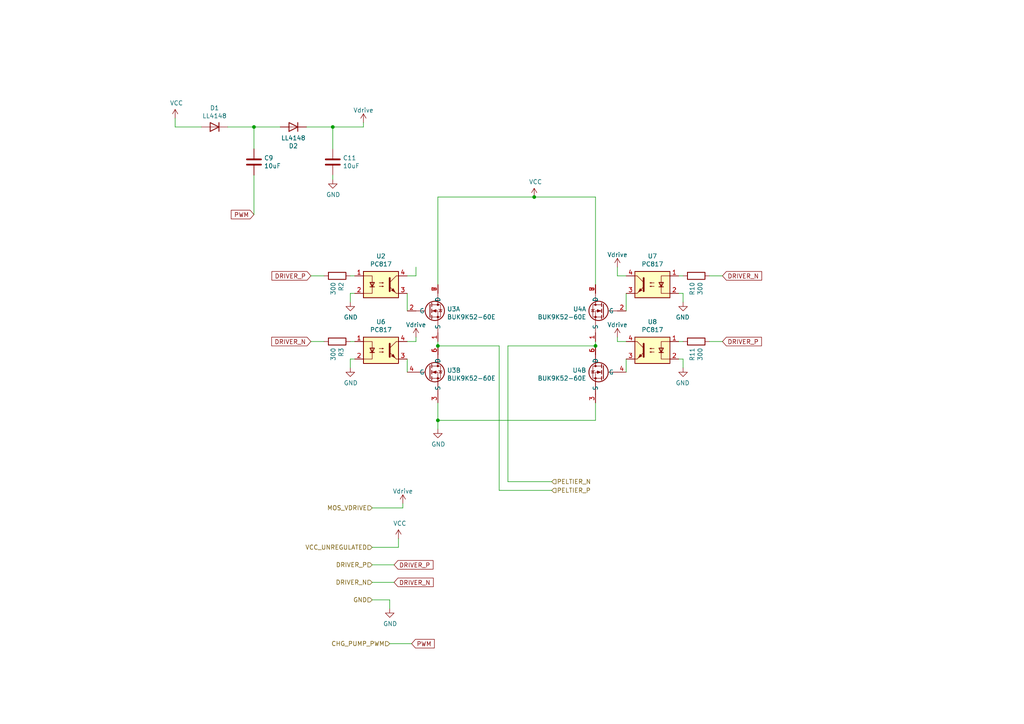
<source format=kicad_sch>
(kicad_sch (version 20211123) (generator eeschema)
  (paper "A4")
  (title_block (title "Peltier Driver") (date "2022-03-18") (comment 1 "Engineer/Draftsman: Joesphan Lu"))
  (lib_symbols
    (symbol "Device:C" (pin_numbers hide) (pin_names (offset 0.254))
      (property "Reference" "C" (at 0.635 2.54 0))
      (property "Value" "C" (at 0.635 -2.54 0))
      (symbol "C_0_1"
        (polyline (pts (xy -2.032 -0.762) (xy 2.032 -0.762)) (stroke (width 0.508)))
        (polyline (pts (xy -2.032 0.762) (xy 2.032 0.762)) (stroke (width 0.508)))
      )
      (symbol "C_1_1"
        (pin passive line (at 0 3.81 270) (length 2.794) (name "~") (number "1"))
        (pin passive line (at 0 -3.81 90) (length 2.794) (name "~") (number "2"))
      )
    )
    (symbol "Device:R" (pin_numbers hide) (pin_names (offset 0))
      (property "Reference" "R" (at 2.032 0 90))
      (property "Value" "R" (at 0 0 90))
      (symbol "R_0_1"
        (rectangle (start -1.016 -2.54) (end 1.016 2.54) (stroke (width 0.254)))
      )
      (symbol "R_1_1"
        (pin passive line (at 0 3.81 270) (length 1.27) (name "~") (number "1"))
        (pin passive line (at 0 -3.81 90) (length 1.27) (name "~") (number "2"))
      )
    )
    (symbol "Diode:LL4148" (pin_numbers hide) (pin_names (offset 1.016) hide)
      (property "Reference" "D" (at 0 2.54 0))
      (property "Value" "LL4148" (at 0 -2.54 0))
      (symbol "LL4148_0_1"
        (polyline (pts (xy -1.27 1.27) (xy -1.27 -1.27)) (stroke (width 0.254)))
        (polyline (pts (xy 1.27 0) (xy -1.27 0)))
        (polyline (pts (xy 1.27 1.27) (xy 1.27 -1.27) (xy -1.27 0) (xy 1.27 1.27)) (stroke (width 0.254)))
      )
      (symbol "LL4148_1_1"
        (pin passive line (at -3.81 0 0) (length 2.54) (name "K") (number "1"))
        (pin passive line (at 3.81 0 180) (length 2.54) (name "A") (number "2"))
      )
    )
    (symbol "Isolator:PC817" (pin_names (offset 1.016))
      (property "Reference" "U" (at -5.08 5.08 0))
      (property "Value" "PC817" (at 0 5.08 0))
      (symbol "PC817_0_1"
        (rectangle (start -5.08 3.81) (end 5.08 -3.81) (stroke (width 0.254)) (fill (type background)))
        (polyline (pts (xy -3.175 -0.635) (xy -1.905 -0.635)) (stroke (width 0.254)))
        (polyline (pts (xy 2.54 0.635) (xy 4.445 2.54)))
        (polyline (pts (xy 4.445 -2.54) (xy 2.54 -0.635)) (fill (type outline)))
        (polyline (pts (xy 4.445 -2.54) (xy 5.08 -2.54)))
        (polyline (pts (xy 4.445 2.54) (xy 5.08 2.54)))
        (polyline (pts (xy -5.08 2.54) (xy -2.54 2.54) (xy -2.54 -0.635)))
        (polyline (pts (xy -2.54 -0.635) (xy -2.54 -2.54) (xy -5.08 -2.54)))
        (polyline (pts (xy 2.54 1.905) (xy 2.54 -1.905) (xy 2.54 -1.905)) (stroke (width 0.508)))
        (polyline (pts (xy -2.54 -0.635) (xy -3.175 0.635) (xy -1.905 0.635) (xy -2.54 -0.635)) (stroke (width 0.254)))
        (polyline (pts (xy -0.508 -0.508) (xy 0.762 -0.508) (xy 0.381 -0.635) (xy 0.381 -0.381) (xy 0.762 -0.508)))
        (polyline (pts (xy -0.508 0.508) (xy 0.762 0.508) (xy 0.381 0.381) (xy 0.381 0.635) (xy 0.762 0.508)))
        (polyline (pts (xy 3.048 -1.651) (xy 3.556 -1.143) (xy 4.064 -2.159) (xy 3.048 -1.651) (xy 3.048 -1.651)) (fill (type outline)))
      )
      (symbol "PC817_1_1"
        (pin passive line (at -7.62 2.54 0) (length 2.54) (name "~") (number "1"))
        (pin passive line (at -7.62 -2.54 0) (length 2.54) (name "~") (number "2"))
        (pin passive line (at 7.62 -2.54 180) (length 2.54) (name "~") (number "3"))
        (pin passive line (at 7.62 2.54 180) (length 2.54) (name "~") (number "4"))
      )
    )
    (symbol "power:GND" (power) (pin_names (offset 0))
      (property "Value" "GND" (at 0 -3.81 0))
      (symbol "GND_0_1"
        (polyline (pts (xy 0 0) (xy 0 -1.27) (xy 1.27 -1.27) (xy 0 -2.54) (xy -1.27 -1.27) (xy 0 -1.27)))
      )
      (symbol "GND_1_1"
        (pin power_in line (at 0 0 270) (length 0) hide (name "GND") (number "1"))
      )
    )
    (symbol "power:VCC" (power) (pin_names (offset 0))
      (property "Value" "VCC" (at 0 3.81 0))
      (symbol "VCC_0_1"
        (polyline (pts (xy -0.762 1.27) (xy 0 2.54)))
        (polyline (pts (xy 0 0) (xy 0 2.54)))
        (polyline (pts (xy 0 2.54) (xy 0.762 1.27)))
      )
      (symbol "VCC_1_1"
        (pin power_in line (at 0 0 90) (length 0) hide (name "VCC") (number "1"))
      )
    )
    (symbol "power:Vdrive" (power) (pin_names (offset 0))
      (property "Value" "Vdrive" (at 0 3.81 0))
      (symbol "Vdrive_0_1"
        (polyline (pts (xy -0.762 1.27) (xy 0 2.54)))
        (polyline (pts (xy 0 0) (xy 0 2.54)))
        (polyline (pts (xy 0 2.54) (xy 0.762 1.27)))
      )
      (symbol "Vdrive_1_1"
        (pin power_in line (at 0 0 90) (length 0) hide (name "Vdrive") (number "1"))
      )
    )
    (symbol "schematic-rescue:BUK9K52-60E-1KicadLib" (pin_names (offset 1.016))
      (property "Reference" "U" (at 3.81 0 0))
      (property "Value" "BUK9K52-60E-1KicadLib" (at -12.7 6.35 0))
      (symbol "BUK9K52-60E-1KicadLib_0_1"
        (polyline (pts (xy -3.81 0) (xy -6.35 0)))
        (polyline (pts (xy 0 -6.35) (xy 0 -2.54)))
        (polyline (pts (xy 0 5.08) (xy 0 2.54)))
      )
      (symbol "BUK9K52-60E-1KicadLib_1_1"
        (circle (center -0.889 0) (radius 2.794) (stroke (width 0.254)))
        (circle (center 0 -1.778) (radius 0.254) (fill (type outline)))
        (polyline (pts (xy -2.286 1.905) (xy -2.286 -1.905)) (stroke (width 0.254)))
        (polyline (pts (xy -1.778 -1.27) (xy -1.778 -2.286)) (stroke (width 0.254)))
        (polyline (pts (xy -1.778 0.508) (xy -1.778 -0.508)) (stroke (width 0.254)))
        (polyline (pts (xy -1.778 2.286) (xy -1.778 1.27)) (stroke (width 0.254)))
        (polyline (pts (xy 0 2.54) (xy 0 1.778)))
        (polyline (pts (xy 0 -2.54) (xy 0 0) (xy -1.778 0)))
        (polyline (pts (xy -1.778 -1.778) (xy 0.762 -1.778) (xy 0.762 1.778) (xy -1.778 1.778)))
        (polyline (pts (xy -1.524 0) (xy -0.508 0.381) (xy -0.508 -0.381) (xy -1.524 0)) (fill (type outline)))
        (polyline (pts (xy 0.254 0.508) (xy 0.381 0.381) (xy 1.143 0.381) (xy 1.27 0.254)))
        (polyline (pts (xy 0.762 0.381) (xy 0.381 -0.254) (xy 1.143 -0.254) (xy 0.762 0.381)))
        (circle (center 0 1.778) (radius 0.254) (fill (type outline)))
        (pin passive line (at 0 -8.89 90) (length 2.54) (name "S") (number "1"))
        (pin input line (at -8.89 0 0) (length 2.54) (name "G") (number "2"))
        (pin passive line (at 0 7.62 270) (length 2.54) (name "D") (number "7"))
        (pin passive line (at 0 7.62 270) (length 2.54) (name "D") (number "8"))
      )
      (symbol "BUK9K52-60E-1KicadLib_2_1"
        (circle (center -0.889 0) (radius 2.794) (stroke (width 0.254)))
        (circle (center 0 -1.778) (radius 0.254) (fill (type outline)))
        (polyline (pts (xy -3.81 0) (xy -6.35 0)))
        (polyline (pts (xy -2.286 1.905) (xy -2.286 -1.905)) (stroke (width 0.254)))
        (polyline (pts (xy -1.778 -1.27) (xy -1.778 -2.286)) (stroke (width 0.254)))
        (polyline (pts (xy -1.778 0.508) (xy -1.778 -0.508)) (stroke (width 0.254)))
        (polyline (pts (xy -1.778 2.286) (xy -1.778 1.27)) (stroke (width 0.254)))
        (polyline (pts (xy 0 -6.35) (xy 0 -2.54)))
        (polyline (pts (xy 0 2.54) (xy 0 1.778)))
        (polyline (pts (xy 0 5.08) (xy 0 2.54)))
        (polyline (pts (xy 0 -2.54) (xy 0 0) (xy -1.778 0)))
        (polyline (pts (xy -1.778 -1.778) (xy 0.762 -1.778) (xy 0.762 1.778) (xy -1.778 1.778)))
        (polyline (pts (xy -1.524 0) (xy -0.508 0.381) (xy -0.508 -0.381) (xy -1.524 0)) (fill (type outline)))
        (polyline (pts (xy 0.254 0.508) (xy 0.381 0.381) (xy 1.143 0.381) (xy 1.27 0.254)))
        (polyline (pts (xy 0.762 0.381) (xy 0.381 -0.254) (xy 1.143 -0.254) (xy 0.762 0.381)))
        (circle (center 0 1.778) (radius 0.254) (fill (type outline)))
        (pin passive line (at 0 -8.89 90) (length 2.54) (name "S") (number "3"))
        (pin input line (at -8.89 0 0) (length 2.54) (name "G") (number "4"))
        (pin passive line (at 0 7.62 270) (length 2.54) (name "D") (number "5"))
        (pin passive line (at 0 7.62 270) (length 2.54) (name "D") (number "6"))
      )
    )
  )
  (junction (at 154.94 57.15))
  (junction (at 172.72 100.33))
  (junction (at 96.52 36.83))
  (junction (at 73.66 36.83))
  (junction (at 127 100.33))
  (junction (at 127 121.92))
  (wire (pts (xy 120.65 99.06) (xy 118.11 99.06)))
  (wire (pts (xy 113.03 186.69) (xy 119.38 186.69)))
  (wire (pts (xy 172.72 100.33) (xy 147.32 100.33)))
  (wire (pts (xy 101.6 104.14) (xy 102.87 104.14)))
  (wire (pts (xy 118.11 104.14) (xy 118.11 107.95)))
  (wire (pts (xy 101.6 87.63) (xy 101.6 85.09)))
  (wire (pts (xy 127 124.46) (xy 127 121.92)))
  (wire (pts (xy 116.84 146.05) (xy 116.84 147.32)))
  (wire (pts (xy 105.41 35.56) (xy 105.41 36.83)))
  (wire (pts (xy 73.66 36.83) (xy 73.66 43.18)))
  (wire (pts (xy 73.66 50.8) (xy 73.66 62.23)))
  (wire (pts (xy 147.32 100.33) (xy 147.32 139.7)))
  (wire (pts (xy 179.07 80.01) (xy 181.61 80.01)))
  (wire (pts (xy 50.8 34.29) (xy 50.8 36.83)))
  (wire (pts (xy 154.94 57.15) (xy 172.72 57.15)))
  (wire (pts (xy 113.03 173.99) (xy 113.03 176.53)))
  (wire (pts (xy 88.9 36.83) (xy 96.52 36.83)))
  (wire (pts (xy 147.32 139.7) (xy 160.02 139.7)))
  (wire (pts (xy 172.72 57.15) (xy 172.72 82.55)))
  (wire (pts (xy 198.12 85.09) (xy 196.85 85.09)))
  (wire (pts (xy 209.55 99.06) (xy 205.74 99.06)))
  (wire (pts (xy 127 57.15) (xy 154.94 57.15)))
  (wire (pts (xy 205.74 80.01) (xy 209.55 80.01)))
  (wire (pts (xy 116.84 147.32) (xy 107.95 147.32)))
  (wire (pts (xy 96.52 36.83) (xy 105.41 36.83)))
  (wire (pts (xy 66.04 36.83) (xy 73.66 36.83)))
  (wire (pts (xy 181.61 85.09) (xy 181.61 90.17)))
  (wire (pts (xy 144.78 100.33) (xy 144.78 142.24)))
  (wire (pts (xy 118.11 85.09) (xy 118.11 90.17)))
  (wire (pts (xy 96.52 36.83) (xy 96.52 43.18)))
  (wire (pts (xy 179.07 97.79) (xy 179.07 99.06)))
  (wire (pts (xy 179.07 99.06) (xy 181.61 99.06)))
  (wire (pts (xy 107.95 158.75) (xy 115.57 158.75)))
  (wire (pts (xy 90.17 80.01) (xy 93.98 80.01)))
  (wire (pts (xy 127 100.33) (xy 144.78 100.33)))
  (wire (pts (xy 50.8 36.83) (xy 58.42 36.83)))
  (wire (pts (xy 81.28 36.83) (xy 73.66 36.83)))
  (wire (pts (xy 101.6 80.01) (xy 102.87 80.01)))
  (wire (pts (xy 172.72 121.92) (xy 172.72 116.84)))
  (wire (pts (xy 96.52 50.8) (xy 96.52 52.07)))
  (wire (pts (xy 127 57.15) (xy 127 82.55)))
  (wire (pts (xy 120.65 97.79) (xy 120.65 99.06)))
  (wire (pts (xy 115.57 158.75) (xy 115.57 156.21)))
  (wire (pts (xy 120.65 77.47) (xy 120.65 80.01)))
  (wire (pts (xy 198.12 104.14) (xy 196.85 104.14)))
  (wire (pts (xy 127 116.84) (xy 127 121.92)))
  (wire (pts (xy 198.12 87.63) (xy 198.12 85.09)))
  (wire (pts (xy 90.17 99.06) (xy 93.98 99.06)))
  (wire (pts (xy 101.6 99.06) (xy 102.87 99.06)))
  (wire (pts (xy 107.95 168.91) (xy 114.3 168.91)))
  (wire (pts (xy 120.65 80.01) (xy 118.11 80.01)))
  (wire (pts (xy 198.12 106.68) (xy 198.12 104.14)))
  (wire (pts (xy 101.6 106.68) (xy 101.6 104.14)))
  (wire (pts (xy 127 121.92) (xy 172.72 121.92)))
  (wire (pts (xy 107.95 173.99) (xy 113.03 173.99)))
  (wire (pts (xy 101.6 85.09) (xy 102.87 85.09)))
  (wire (pts (xy 181.61 104.14) (xy 181.61 107.95)))
  (wire (pts (xy 127 100.33) (xy 127 99.06)))
  (wire (pts (xy 107.95 163.83) (xy 114.3 163.83)))
  (wire (pts (xy 144.78 142.24) (xy 160.02 142.24)))
  (wire (pts (xy 179.07 77.47) (xy 179.07 80.01)))
  (wire (pts (xy 198.12 80.01) (xy 196.85 80.01)))
  (wire (pts (xy 198.12 99.06) (xy 196.85 99.06)))
  (wire (pts (xy 172.72 100.33) (xy 172.72 99.06)))
  (global_label "DRIVER_P" (shape input) (at 209.55 99.06 0) (property "Intersheet References" "${INTERSHEET_REFS}" (effects hide)))
  (global_label "PWM" (shape input) (at 119.38 186.69 0) (property "Intersheet References" "${INTERSHEET_REFS}" (effects hide)))
  (global_label "DRIVER_N" (shape input) (at 114.3 168.91 0) (property "Intersheet References" "${INTERSHEET_REFS}" (effects hide)))
  (global_label "PWM" (shape input) (at 73.66 62.23 180) (property "Intersheet References" "${INTERSHEET_REFS}" (effects hide)))
  (global_label "DRIVER_P" (shape input) (at 114.3 163.83 0) (property "Intersheet References" "${INTERSHEET_REFS}" (effects hide)))
  (global_label "DRIVER_N" (shape input) (at 90.17 99.06 180) (property "Intersheet References" "${INTERSHEET_REFS}" (effects hide)))
  (global_label "DRIVER_N" (shape input) (at 209.55 80.01 0) (property "Intersheet References" "${INTERSHEET_REFS}" (effects hide)))
  (global_label "DRIVER_P" (shape input) (at 90.17 80.01 180) (property "Intersheet References" "${INTERSHEET_REFS}" (effects hide)))
  (hierarchical_label "CHG_PUMP_PWM" (shape input) (at 113.03 186.69 180))
  (hierarchical_label "PELTIER_N" (shape input) (at 160.02 139.7 0))
  (hierarchical_label "DRIVER_P" (shape input) (at 107.95 163.83 180))
  (hierarchical_label "PELTIER_P" (shape input) (at 160.02 142.24 0))
  (hierarchical_label "DRIVER_N" (shape input) (at 107.95 168.91 180))
  (hierarchical_label "VCC_UNREGULATED" (shape input) (at 107.95 158.75 180))
  (hierarchical_label "MOS_VDRIVE" (shape input) (at 107.95 147.32 180))
  (hierarchical_label "GND" (shape input) (at 107.95 173.99 180))
  (symbol (lib_id "power:GND") (at 127 124.46 0) (unit 1)
    (property "Reference" "#PWR0119" (effects hide))
    (property "Value" "GND" (at 127.127 128.8542 0))
  )
  (symbol (lib_id "schematic-rescue:BUK9K52-60E-1KicadLib") (at 127 107.95 0) (unit 2)
    (property "Reference" "U3" (at 129.6416 107.4166 0) (effects (justify left)))
    (property "Value" "BUK9K52-60E" (at 129.6416 109.728 0) (effects (justify left)))
    (property "Footprint" "1KicadLib:LFPAK56D" (effects hide))
  )
  (symbol (lib_id "schematic-rescue:BUK9K52-60E-1KicadLib") (at 172.72 107.95 0) (mirror y) (unit 2)
    (property "Reference" "U4" (at 170.053 107.4166 0) (effects (justify left)))
    (property "Value" "BUK9K52-60E" (at 170.053 109.728 0) (effects (justify left)))
    (property "Footprint" "1KicadLib:LFPAK56D" (effects hide))
  )
  (symbol (lib_id "schematic-rescue:BUK9K52-60E-1KicadLib") (at 172.72 90.17 0) (mirror y) (unit 1)
    (property "Reference" "U4" (at 170.053 89.6366 0) (effects (justify left)))
    (property "Value" "BUK9K52-60E" (at 170.053 91.948 0) (effects (justify left)))
    (property "Footprint" "1KicadLib:LFPAK56D" (effects hide))
  )
  (symbol (lib_id "schematic-rescue:BUK9K52-60E-1KicadLib") (at 127 90.17 0) (unit 1)
    (property "Reference" "U3" (at 129.6416 89.6366 0) (effects (justify left)))
    (property "Value" "BUK9K52-60E" (at 129.6416 91.948 0) (effects (justify left)))
    (property "Footprint" "1KicadLib:LFPAK56D" (effects hide))
  )
  (symbol (lib_id "power:VCC") (at 154.94 57.15 0) (unit 1)
    (property "Reference" "#PWR0122" (effects hide))
    (property "Value" "VCC" (at 155.321 52.7558 0))
  )
  (symbol (lib_id "power:VCC") (at 115.57 156.21 0) (unit 1)
    (property "Reference" "#PWR0123" (effects hide))
    (property "Value" "VCC" (at 115.951 151.8158 0))
  )
  (symbol (lib_id "power:GND") (at 113.03 176.53 0) (unit 1)
    (property "Reference" "#PWR0124" (effects hide))
    (property "Value" "GND" (at 113.157 180.9242 0))
  )
  (symbol (lib_id "Diode:LL4148") (at 85.09 36.83 180) (unit 1)
    (property "Reference" "D2" (at 85.09 42.3418 0))
    (property "Value" "LL4148" (at 85.09 40.0304 0))
    (property "Footprint" "Diode_SMD:D_MiniMELF" (effects hide))
    (property "Datasheet" "http://www.vishay.com/docs/85557/ll4148.pdf" (effects hide))
  )
  (symbol (lib_id "power:Vdrive") (at 105.41 35.56 0) (unit 1)
    (property "Reference" "#PWR0170" (effects hide))
    (property "Value" "Vdrive" (at 105.41 31.9842 0))
  )
  (symbol (lib_id "power:GND") (at 198.12 87.63 0) (mirror y) (unit 1)
    (property "Reference" "#PWR0128" (effects hide))
    (property "Value" "GND" (at 197.993 92.0242 0))
  )
  (symbol (lib_id "power:GND") (at 101.6 87.63 0) (unit 1)
    (property "Reference" "#PWR0133" (effects hide))
    (property "Value" "GND" (at 101.727 92.0242 0))
  )
  (symbol (lib_id "Device:C") (at 73.66 46.99 0) (unit 1)
    (property "Reference" "C9" (at 76.581 45.8216 0) (effects (justify left)))
    (property "Value" "10uF" (at 76.581 48.133 0) (effects (justify left)))
    (property "Footprint" "Capacitor_SMD:C_0805_2012Metric_Pad1.18x1.45mm_HandSolder" (effects hide))
  )
  (symbol (lib_id "Device:C") (at 96.52 46.99 0) (unit 1)
    (property "Reference" "C11" (at 99.441 45.8216 0) (effects (justify left)))
    (property "Value" "10uF" (at 99.441 48.133 0) (effects (justify left)))
    (property "Footprint" "Capacitor_SMD:C_0805_2012Metric_Pad1.18x1.45mm_HandSolder" (effects hide))
  )
  (symbol (lib_id "Device:R") (at 97.79 80.01 270) (unit 1)
    (property "Reference" "R2" (at 98.9584 81.788 0) (effects (justify left)))
    (property "Value" "300" (at 96.647 81.788 0) (effects (justify left)))
    (property "Footprint" "Resistor_SMD:R_0805_2012Metric_Pad1.20x1.40mm_HandSolder" (effects hide))
  )
  (symbol (lib_id "Device:R") (at 97.79 99.06 270) (unit 1)
    (property "Reference" "R3" (at 98.9584 100.838 0) (effects (justify left)))
    (property "Value" "300" (at 96.647 100.838 0) (effects (justify left)))
    (property "Footprint" "Resistor_SMD:R_0805_2012Metric_Pad1.20x1.40mm_HandSolder" (effects hide))
  )
  (symbol (lib_id "Isolator:PC817") (at 189.23 101.6 0) (mirror y) (unit 1)
    (property "Reference" "U8" (at 189.23 93.345 0))
    (property "Value" "PC817" (at 189.23 95.6564 0))
    (property "Footprint" "Package_SO:SOP-4_3.8x4.1mm_P2.54mm" (effects hide))
    (property "Datasheet" "http://www.soselectronic.cz/a_info/resource/d/pc817.pdf" (effects hide))
  )
  (symbol (lib_id "power:VCC") (at 50.8 34.29 0) (unit 1)
    (property "Reference" "#PWR0127" (effects hide))
    (property "Value" "VCC" (at 51.181 29.8958 0))
  )
  (symbol (lib_id "Isolator:PC817") (at 110.49 82.55 0) (unit 1)
    (property "Reference" "U2" (at 110.49 74.295 0))
    (property "Value" "PC817" (at 110.49 76.6064 0))
    (property "Footprint" "Package_SO:SOP-4_3.8x4.1mm_P2.54mm" (effects hide))
    (property "Datasheet" "http://www.soselectronic.cz/a_info/resource/d/pc817.pdf" (effects hide))
  )
  (symbol (lib_id "power:Vdrive") (at 116.84 146.05 0) (unit 1)
    (property "Reference" "#PWR0137" (effects hide))
    (property "Value" "Vdrive" (at 116.84 142.4742 0))
  )
  (symbol (lib_id "power:GND") (at 198.12 106.68 0) (mirror y) (unit 1)
    (property "Reference" "#PWR0132" (effects hide))
    (property "Value" "GND" (at 197.993 111.0742 0))
  )
  (symbol (lib_id "power:Vdrive") (at 120.65 97.79 0) (unit 1)
    (property "Reference" "#PWR0120" (effects hide))
    (property "Value" "Vdrive" (at 120.65 94.2142 0))
  )
  (symbol (lib_id "Device:R") (at 201.93 99.06 90) (mirror x) (unit 1)
    (property "Reference" "R11" (at 200.7616 100.838 0) (effects (justify left)))
    (property "Value" "300" (at 203.073 100.838 0) (effects (justify left)))
    (property "Footprint" "Resistor_SMD:R_0805_2012Metric_Pad1.20x1.40mm_HandSolder" (effects hide))
  )
  (symbol (lib_id "Isolator:PC817") (at 189.23 82.55 0) (mirror y) (unit 1)
    (property "Reference" "U7" (at 189.23 74.295 0))
    (property "Value" "PC817" (at 189.23 76.6064 0))
    (property "Footprint" "Package_SO:SOP-4_3.8x4.1mm_P2.54mm" (effects hide))
    (property "Datasheet" "http://www.soselectronic.cz/a_info/resource/d/pc817.pdf" (effects hide))
  )
  (symbol (lib_id "power:GND") (at 96.52 52.07 0) (unit 1)
    (property "Reference" "#PWR0121" (effects hide))
    (property "Value" "GND" (at 96.647 56.4642 0))
  )
  (symbol (lib_id "power:GND") (at 101.6 106.68 0) (unit 1)
    (property "Reference" "#PWR0144" (effects hide))
    (property "Value" "GND" (at 101.727 111.0742 0))
  )
  (symbol (lib_id "Isolator:PC817") (at 110.49 101.6 0) (unit 1)
    (property "Reference" "U6" (at 110.49 93.345 0))
    (property "Value" "PC817" (at 110.49 95.6564 0))
    (property "Footprint" "Package_SO:SOP-4_3.8x4.1mm_P2.54mm" (effects hide))
    (property "Datasheet" "http://www.soselectronic.cz/a_info/resource/d/pc817.pdf" (effects hide))
  )
  (symbol (lib_id "power:Vdrive") (at 179.07 97.79 0) (mirror y) (unit 1)
    (property "Reference" "#PWR0111" (effects hide))
    (property "Value" "Vdrive" (at 179.07 94.2142 0))
  )
  (symbol (lib_id "Device:R") (at 201.93 80.01 90) (mirror x) (unit 1)
    (property "Reference" "R10" (at 200.7616 81.788 0) (effects (justify left)))
    (property "Value" "300" (at 203.073 81.788 0) (effects (justify left)))
    (property "Footprint" "Resistor_SMD:R_0805_2012Metric_Pad1.20x1.40mm_HandSolder" (effects hide))
  )
  (symbol (lib_id "Diode:LL4148") (at 62.23 36.83 180) (unit 1)
    (property "Reference" "D1" (at 62.23 31.3182 0))
    (property "Value" "LL4148" (at 62.23 33.6296 0))
    (property "Footprint" "Diode_SMD:D_MiniMELF" (effects hide))
    (property "Datasheet" "http://www.vishay.com/docs/85557/ll4148.pdf" (effects hide))
  )
  (symbol (lib_id "power:Vdrive") (at 179.07 77.47 0) (mirror y) (unit 1)
    (property "Reference" "#PWR0106" (effects hide))
    (property "Value" "Vdrive" (at 179.07 73.8942 0))
  )
)
</source>
